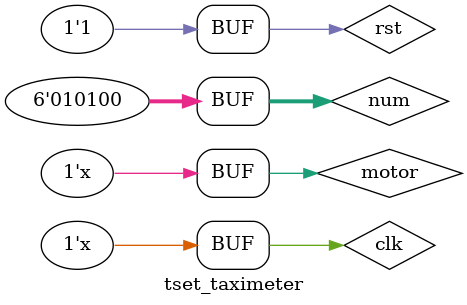
<source format=v>
`timescale 1ms/1ms
module tset_taximeter();
reg clk;
reg rst;
reg motor;
reg [1:0] op;
// wires
wire [7:0]  codeout;
wire [10:0]  cost;
wire [7:0]  mil;
wire [17:0] dis;
wire [7:0]  seg;
wire [6:0]  timee;
wire [6:0] sec;
wire [2:0] cnt;

taximeter i1 (
	.clk(clk),
    .rst(rst),
	.codeout(codeout),
	.cost(cost),
	.mil(mil),
    .dis(dis),
	.motor(motor),
	.op(op),
	.seg(seg),
	.timee(timee),
    .sec(sec),
    .cnt(cnt)
);
reg [23:0] cnt1;
reg [26:0] cnt2;
// reg [8:0] cnt3;
// reg [6:0] sec;
reg [5:0] num;

initial
begin
    clk = 0;
    rst = 1;
    motor = 0;
    op = 0;
    cnt1 = 0;
    cnt2 = 0;
    // cnt3 = 0;
    // sec = 0;
    num = 6'd24;    // 60km/h
    #120000      // 2min
    num = 6'd20; // 72km/h
    #3120000
    rst = 0;
    #1000000
    rst = 1;
end


always # 5
begin
    clk <= ~clk;
    if(cnt1 < num-1)   // 60km/h
        cnt1 <= cnt1+1;
    else
    begin
        cnt1 <= 0;
        motor <= ~motor;
    end
    if(cnt2 < 27'd2000-1)   // 10s
        cnt2 <= cnt2+1;
    else
    begin
        cnt2 <= 0;
        if(op < 2)
            op <= op+1;
        else
            op <= 0;
    end
    // if(cnt3 < 9'd200 - 1)
    //     cnt3 <= cnt3+1;
    // else
    // begin
    //     cnt3 <= 0;
    //     if(sec < 7'd59)
    //         sec <= sec+1;
    //     else
    //         sec <= 0;
    // end
end
endmodule


</source>
